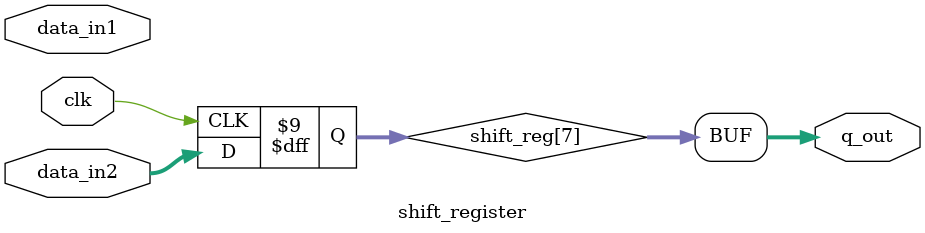
<source format=v>

module shift_register (
    input clk,
    input [7:0] data_in1,
    input [7:0] data_in2,
    output [7:0] q_out
);

reg [7:0] shift_reg [0:7];

always @(posedge clk) begin
    shift_reg[0] <= data_in1;
    shift_reg[1] <= shift_reg[0];
    shift_reg[2] <= shift_reg[1];
    shift_reg[3] <= shift_reg[2];
    shift_reg[4] <= shift_reg[3];
    shift_reg[5] <= shift_reg[4];
    shift_reg[6] <= shift_reg[5];
    shift_reg[7] <= data_in2;
end

assign q_out = shift_reg[7]; // Fix: assign q_out instead of <=

endmodule

</source>
